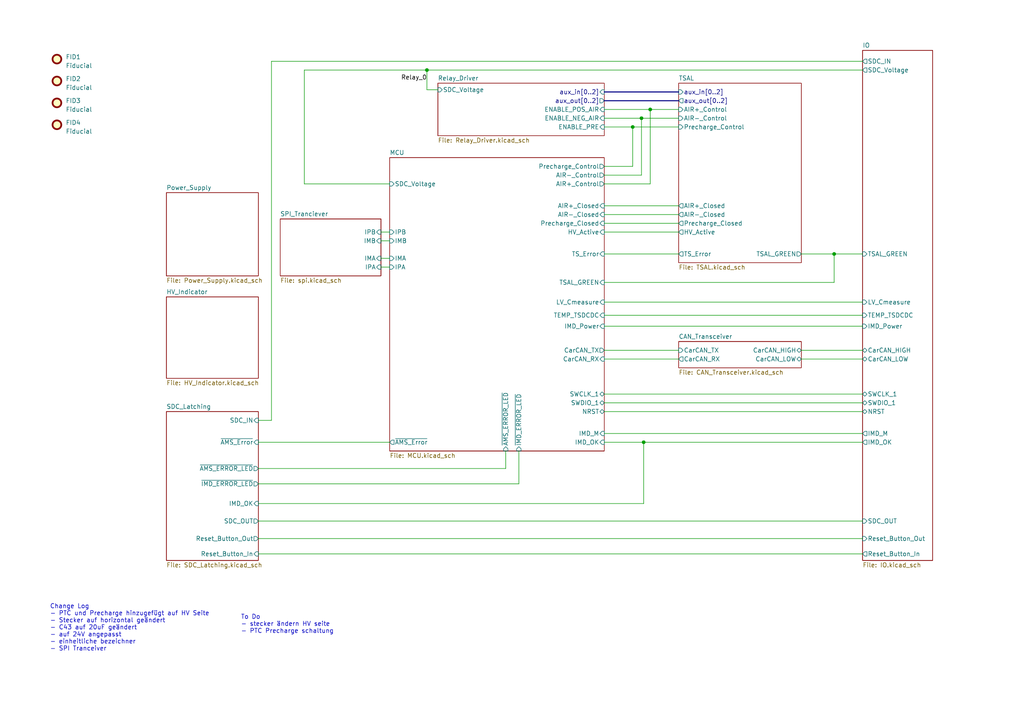
<source format=kicad_sch>
(kicad_sch
	(version 20231120)
	(generator "eeschema")
	(generator_version "8.0")
	(uuid "e63e39d7-6ac0-4ffd-8aa3-1841a4541b55")
	(paper "A4")
	(lib_symbols
		(symbol "Mechanical:Fiducial"
			(exclude_from_sim no)
			(in_bom yes)
			(on_board yes)
			(property "Reference" "FID"
				(at 0 5.08 0)
				(effects
					(font
						(size 1.27 1.27)
					)
				)
			)
			(property "Value" "Fiducial"
				(at 0 3.175 0)
				(effects
					(font
						(size 1.27 1.27)
					)
				)
			)
			(property "Footprint" ""
				(at 0 0 0)
				(effects
					(font
						(size 1.27 1.27)
					)
					(hide yes)
				)
			)
			(property "Datasheet" "~"
				(at 0 0 0)
				(effects
					(font
						(size 1.27 1.27)
					)
					(hide yes)
				)
			)
			(property "Description" "Fiducial Marker"
				(at 0 0 0)
				(effects
					(font
						(size 1.27 1.27)
					)
					(hide yes)
				)
			)
			(property "ki_keywords" "fiducial marker"
				(at 0 0 0)
				(effects
					(font
						(size 1.27 1.27)
					)
					(hide yes)
				)
			)
			(property "ki_fp_filters" "Fiducial*"
				(at 0 0 0)
				(effects
					(font
						(size 1.27 1.27)
					)
					(hide yes)
				)
			)
			(symbol "Fiducial_0_1"
				(circle
					(center 0 0)
					(radius 1.27)
					(stroke
						(width 0.508)
						(type default)
					)
					(fill
						(type background)
					)
				)
			)
		)
	)
	(junction
		(at 241.935 73.66)
		(diameter 0)
		(color 0 0 0 0)
		(uuid "0a7f7cff-c29b-4cc6-9d26-e8a073329d15")
	)
	(junction
		(at 123.825 20.32)
		(diameter 0)
		(color 0 0 0 0)
		(uuid "408fafc3-a377-41a0-b7ba-93182cde2895")
	)
	(junction
		(at 186.69 128.27)
		(diameter 0)
		(color 0 0 0 0)
		(uuid "44793ef5-ff1a-4dd7-a42e-e257f8b8042e")
	)
	(junction
		(at 188.595 31.75)
		(diameter 0)
		(color 0 0 0 0)
		(uuid "4978de48-824e-4da0-ad6c-6a4aefa3ff9d")
	)
	(junction
		(at 183.515 36.83)
		(diameter 0)
		(color 0 0 0 0)
		(uuid "7c350bc1-d08e-421e-9df9-7d582d023d7d")
	)
	(junction
		(at 186.055 34.29)
		(diameter 0)
		(color 0 0 0 0)
		(uuid "a1e57cfd-14f7-4329-8eff-f9f55eb71a7d")
	)
	(wire
		(pts
			(xy 175.26 59.69) (xy 196.85 59.69)
		)
		(stroke
			(width 0)
			(type default)
		)
		(uuid "0d9e68e2-e8e4-431c-a910-77e002f64916")
	)
	(wire
		(pts
			(xy 188.595 53.34) (xy 188.595 31.75)
		)
		(stroke
			(width 0)
			(type default)
		)
		(uuid "161c37ee-859e-408a-bfc2-59491a96f951")
	)
	(wire
		(pts
			(xy 175.26 36.83) (xy 183.515 36.83)
		)
		(stroke
			(width 0)
			(type default)
		)
		(uuid "1860a00d-f6ff-4922-be20-059a8da73e09")
	)
	(wire
		(pts
			(xy 175.26 94.615) (xy 250.19 94.615)
		)
		(stroke
			(width 0)
			(type default)
		)
		(uuid "18e14012-8379-44ba-bc03-22592befc89a")
	)
	(wire
		(pts
			(xy 175.26 128.27) (xy 186.69 128.27)
		)
		(stroke
			(width 0)
			(type default)
		)
		(uuid "1b75a20a-67f1-4c22-93ad-86624ea64c65")
	)
	(wire
		(pts
			(xy 186.055 34.29) (xy 196.85 34.29)
		)
		(stroke
			(width 0)
			(type default)
		)
		(uuid "1db01ef0-e8ca-4592-b2d3-07fb736a1c26")
	)
	(wire
		(pts
			(xy 110.49 67.31) (xy 113.03 67.31)
		)
		(stroke
			(width 0)
			(type default)
		)
		(uuid "24f82c31-79c3-42d8-ae53-1dfc0417f292")
	)
	(wire
		(pts
			(xy 186.69 128.27) (xy 186.69 146.05)
		)
		(stroke
			(width 0)
			(type default)
		)
		(uuid "30e997bf-188f-4d9b-bd84-fbf9b303fdbc")
	)
	(bus
		(pts
			(xy 175.26 29.21) (xy 196.85 29.21)
		)
		(stroke
			(width 0)
			(type default)
		)
		(uuid "31ffb8c5-4965-42af-9ed5-2cde8d5c615d")
	)
	(wire
		(pts
			(xy 175.26 31.75) (xy 188.595 31.75)
		)
		(stroke
			(width 0)
			(type default)
		)
		(uuid "32c45256-301b-4d4b-9c80-908f3eaa6645")
	)
	(wire
		(pts
			(xy 78.74 17.78) (xy 250.19 17.78)
		)
		(stroke
			(width 0)
			(type default)
		)
		(uuid "39b04c6a-a164-49f1-abea-a3a32285d465")
	)
	(wire
		(pts
			(xy 175.26 81.915) (xy 241.935 81.915)
		)
		(stroke
			(width 0)
			(type default)
		)
		(uuid "3aeadea1-001e-4433-96d3-f973553a40ce")
	)
	(wire
		(pts
			(xy 88.265 53.34) (xy 113.03 53.34)
		)
		(stroke
			(width 0)
			(type default)
		)
		(uuid "43ff35e9-7cd8-4f62-aee2-70328842afeb")
	)
	(wire
		(pts
			(xy 74.93 156.21) (xy 250.19 156.21)
		)
		(stroke
			(width 0)
			(type default)
		)
		(uuid "4c72069e-2911-45fc-ac82-d63dbffe3b04")
	)
	(wire
		(pts
			(xy 183.515 36.83) (xy 183.515 48.26)
		)
		(stroke
			(width 0)
			(type default)
		)
		(uuid "4ec701c3-5b60-44fd-aa98-394de6f7caab")
	)
	(wire
		(pts
			(xy 188.595 31.75) (xy 196.85 31.75)
		)
		(stroke
			(width 0)
			(type default)
		)
		(uuid "51e28119-6df5-4157-ad5a-a917e8c3b6f3")
	)
	(wire
		(pts
			(xy 232.41 104.14) (xy 250.19 104.14)
		)
		(stroke
			(width 0)
			(type default)
		)
		(uuid "52f50848-80d1-428f-ab45-bb31bf0b1bf9")
	)
	(wire
		(pts
			(xy 110.49 77.47) (xy 113.03 77.47)
		)
		(stroke
			(width 0)
			(type default)
		)
		(uuid "54692d45-1676-44b5-883b-2bc41b0fdb8c")
	)
	(wire
		(pts
			(xy 74.93 140.335) (xy 150.495 140.335)
		)
		(stroke
			(width 0)
			(type default)
		)
		(uuid "56636031-e736-471a-aef1-0ac263156ba7")
	)
	(wire
		(pts
			(xy 175.26 73.66) (xy 196.85 73.66)
		)
		(stroke
			(width 0)
			(type default)
		)
		(uuid "59c97f32-e3dc-44cd-97bd-a21f9f2761ed")
	)
	(wire
		(pts
			(xy 175.26 48.26) (xy 183.515 48.26)
		)
		(stroke
			(width 0)
			(type default)
		)
		(uuid "619d8902-06d2-4923-bb65-cfa8d092be87")
	)
	(wire
		(pts
			(xy 175.26 67.31) (xy 196.85 67.31)
		)
		(stroke
			(width 0)
			(type default)
		)
		(uuid "689e55e4-2dd3-42ef-a281-07f6d1c857b3")
	)
	(wire
		(pts
			(xy 74.93 128.27) (xy 113.03 128.27)
		)
		(stroke
			(width 0)
			(type default)
		)
		(uuid "6d2f0521-9da9-4af2-a499-d52735120f75")
	)
	(wire
		(pts
			(xy 110.49 69.85) (xy 113.03 69.85)
		)
		(stroke
			(width 0)
			(type default)
		)
		(uuid "6f739289-0d73-4828-8ed9-0bb5278b8b5b")
	)
	(wire
		(pts
			(xy 150.495 130.81) (xy 150.495 140.335)
		)
		(stroke
			(width 0)
			(type default)
		)
		(uuid "6f995fe1-0166-4ccb-ab08-e9ce4b1480ae")
	)
	(wire
		(pts
			(xy 175.26 114.3) (xy 250.19 114.3)
		)
		(stroke
			(width 0)
			(type default)
		)
		(uuid "72de219e-ea5c-4118-91e1-aa7450812977")
	)
	(wire
		(pts
			(xy 175.26 119.38) (xy 250.19 119.38)
		)
		(stroke
			(width 0)
			(type default)
		)
		(uuid "750042e4-ec72-4b72-a7a1-170d65b6a550")
	)
	(wire
		(pts
			(xy 74.93 121.92) (xy 78.74 121.92)
		)
		(stroke
			(width 0)
			(type default)
		)
		(uuid "78a24785-3b42-46fa-9caf-3fc007c85f2c")
	)
	(wire
		(pts
			(xy 241.935 73.66) (xy 250.19 73.66)
		)
		(stroke
			(width 0)
			(type default)
		)
		(uuid "79c4682b-6f04-465e-bf87-1364ab0de3e5")
	)
	(wire
		(pts
			(xy 241.935 73.66) (xy 241.935 81.915)
		)
		(stroke
			(width 0)
			(type default)
		)
		(uuid "7bf839f6-fe27-416f-b4fb-8b45d66e9c7a")
	)
	(wire
		(pts
			(xy 175.26 50.8) (xy 186.055 50.8)
		)
		(stroke
			(width 0)
			(type default)
		)
		(uuid "7eae9a3b-04d0-4025-90cb-4b284bd379ef")
	)
	(wire
		(pts
			(xy 123.825 26.035) (xy 127 26.035)
		)
		(stroke
			(width 0)
			(type default)
		)
		(uuid "7fe8261e-9374-4542-8746-31b48c970009")
	)
	(wire
		(pts
			(xy 88.265 20.32) (xy 88.265 53.34)
		)
		(stroke
			(width 0)
			(type default)
		)
		(uuid "86c8f75c-d22e-41f4-9b54-7366753afa46")
	)
	(wire
		(pts
			(xy 175.26 64.77) (xy 196.85 64.77)
		)
		(stroke
			(width 0)
			(type default)
		)
		(uuid "879ccb09-3504-4864-9c31-833d63a283d6")
	)
	(wire
		(pts
			(xy 175.26 34.29) (xy 186.055 34.29)
		)
		(stroke
			(width 0)
			(type default)
		)
		(uuid "8893e1cb-365b-4c9c-a85e-2244f030fd1e")
	)
	(wire
		(pts
			(xy 175.26 62.23) (xy 196.85 62.23)
		)
		(stroke
			(width 0)
			(type default)
		)
		(uuid "88aeddeb-4036-4f17-8c76-83e7e6bb50bc")
	)
	(wire
		(pts
			(xy 110.49 74.93) (xy 113.03 74.93)
		)
		(stroke
			(width 0)
			(type default)
		)
		(uuid "8b1d64f7-3258-49b4-92aa-93c8541190ba")
	)
	(wire
		(pts
			(xy 232.41 73.66) (xy 241.935 73.66)
		)
		(stroke
			(width 0)
			(type default)
		)
		(uuid "8f2e9e26-e3f1-440c-a826-c9d96000f0ea")
	)
	(wire
		(pts
			(xy 186.69 128.27) (xy 250.19 128.27)
		)
		(stroke
			(width 0)
			(type default)
		)
		(uuid "970ec349-aa6c-4058-9a8a-06f8b0ada789")
	)
	(wire
		(pts
			(xy 123.825 20.32) (xy 123.825 26.035)
		)
		(stroke
			(width 0)
			(type default)
		)
		(uuid "9eaca443-67c5-43d3-a2cb-8dc2134d743d")
	)
	(wire
		(pts
			(xy 175.26 87.63) (xy 250.19 87.63)
		)
		(stroke
			(width 0)
			(type default)
		)
		(uuid "a07ba9bc-6ee6-4356-918f-f47ec7cc369e")
	)
	(wire
		(pts
			(xy 74.93 160.655) (xy 250.19 160.655)
		)
		(stroke
			(width 0)
			(type default)
		)
		(uuid "a14d2587-5011-4932-895b-968b85fb9c29")
	)
	(wire
		(pts
			(xy 175.26 125.73) (xy 250.19 125.73)
		)
		(stroke
			(width 0)
			(type default)
		)
		(uuid "a268a543-1d94-4c7d-9e93-681aa6017876")
	)
	(wire
		(pts
			(xy 175.26 101.6) (xy 196.85 101.6)
		)
		(stroke
			(width 0)
			(type default)
		)
		(uuid "bbd9a530-d966-44db-b792-6b8364074399")
	)
	(wire
		(pts
			(xy 183.515 36.83) (xy 196.85 36.83)
		)
		(stroke
			(width 0)
			(type default)
		)
		(uuid "bd7c142b-1b4a-4e3e-891a-2fc7994c4031")
	)
	(wire
		(pts
			(xy 175.26 116.84) (xy 250.19 116.84)
		)
		(stroke
			(width 0)
			(type default)
		)
		(uuid "c7fe1963-cd78-4101-8ef6-6dcc644a8e7d")
	)
	(wire
		(pts
			(xy 175.26 91.44) (xy 250.19 91.44)
		)
		(stroke
			(width 0)
			(type default)
		)
		(uuid "cca14e52-daa2-472f-b950-9a1276c72fee")
	)
	(bus
		(pts
			(xy 175.26 26.67) (xy 196.85 26.67)
		)
		(stroke
			(width 0)
			(type default)
		)
		(uuid "cea651cf-4b09-4040-866b-09f29baccde7")
	)
	(wire
		(pts
			(xy 74.93 151.13) (xy 250.19 151.13)
		)
		(stroke
			(width 0)
			(type default)
		)
		(uuid "d0c6c499-7a00-48b4-bd4b-891bbdb16994")
	)
	(wire
		(pts
			(xy 146.685 135.89) (xy 146.685 130.81)
		)
		(stroke
			(width 0)
			(type default)
		)
		(uuid "d316bfb3-2c73-4ff1-84e3-75c482cbfaa2")
	)
	(wire
		(pts
			(xy 175.26 104.14) (xy 196.85 104.14)
		)
		(stroke
			(width 0)
			(type default)
		)
		(uuid "d53b8b6f-dec9-4a34-9e59-6fc2f5bafc6c")
	)
	(wire
		(pts
			(xy 74.93 135.89) (xy 146.685 135.89)
		)
		(stroke
			(width 0)
			(type default)
		)
		(uuid "e0757bcb-e970-4f03-94f2-6301484ac229")
	)
	(wire
		(pts
			(xy 123.825 20.32) (xy 250.19 20.32)
		)
		(stroke
			(width 0)
			(type default)
		)
		(uuid "e4022d97-9262-4b9e-8880-03a4afd73d19")
	)
	(wire
		(pts
			(xy 74.93 146.05) (xy 186.69 146.05)
		)
		(stroke
			(width 0)
			(type default)
		)
		(uuid "ea203829-7c79-4d55-8c55-d3d8ecb641ef")
	)
	(wire
		(pts
			(xy 88.265 20.32) (xy 123.825 20.32)
		)
		(stroke
			(width 0)
			(type default)
		)
		(uuid "ec66eea5-ae96-4bf7-93db-2f86111f3986")
	)
	(wire
		(pts
			(xy 78.74 17.78) (xy 78.74 121.92)
		)
		(stroke
			(width 0)
			(type default)
		)
		(uuid "ef04e179-1035-430f-b8a3-37f6edb09c73")
	)
	(wire
		(pts
			(xy 232.41 101.6) (xy 250.19 101.6)
		)
		(stroke
			(width 0)
			(type default)
		)
		(uuid "f4eb62d3-6998-4510-806f-341547b3745d")
	)
	(wire
		(pts
			(xy 186.055 34.29) (xy 186.055 50.8)
		)
		(stroke
			(width 0)
			(type default)
		)
		(uuid "f883506b-40b7-4a33-8b08-87bb566721c7")
	)
	(wire
		(pts
			(xy 175.26 53.34) (xy 188.595 53.34)
		)
		(stroke
			(width 0)
			(type default)
		)
		(uuid "fa484b90-07b7-4a9e-9fea-6e2a33d9559c")
	)
	(text "Change Log\n- PTC und Precharge hinzugefügt auf HV Seite\n- Stecker auf horizontal geändert \n- C43 auf 20uF geändert\n- auf 24V angepasst\n- einheitliche bezeichner\n- SPI Tranceiver"
		(exclude_from_sim no)
		(at 14.478 182.118 0)
		(effects
			(font
				(size 1.27 1.27)
			)
			(justify left)
		)
		(uuid "95ef62d0-bad7-41e3-b637-788373aeae7f")
	)
	(text "To Do\n- stecker ändern HV seite\n- PTC Precharge schaltung"
		(exclude_from_sim no)
		(at 69.85 181.102 0)
		(effects
			(font
				(size 1.27 1.27)
			)
			(justify left)
		)
		(uuid "ce23c0a7-0559-4e7e-9ce8-9859445b090e")
	)
	(label "Relay_0"
		(at 123.825 23.495 180)
		(fields_autoplaced yes)
		(effects
			(font
				(size 1.27 1.27)
				(color 0 0 0 1)
			)
			(justify right bottom)
		)
		(uuid "5a0c03f1-96bf-4aa0-a982-95eb41ebc984")
		(property "Netclass" "Relay"
			(at 123.825 24.765 0)
			(effects
				(font
					(size 1.27 1.27)
					(bold yes)
					(italic yes)
				)
				(justify right)
				(hide yes)
			)
		)
	)
	(symbol
		(lib_id "Mechanical:Fiducial")
		(at 16.51 17.145 0)
		(unit 1)
		(exclude_from_sim no)
		(in_bom yes)
		(on_board yes)
		(dnp no)
		(fields_autoplaced yes)
		(uuid "0a656940-7995-44e3-8cfe-70c870d045fd")
		(property "Reference" "FID1"
			(at 19.05 16.51 0)
			(effects
				(font
					(size 1.27 1.27)
				)
				(justify left)
			)
		)
		(property "Value" "Fiducial"
			(at 19.05 19.05 0)
			(effects
				(font
					(size 1.27 1.27)
				)
				(justify left)
			)
		)
		(property "Footprint" "Fiducial:Fiducial_1mm_Mask2mm"
			(at 16.51 17.145 0)
			(effects
				(font
					(size 1.27 1.27)
				)
				(hide yes)
			)
		)
		(property "Datasheet" "~"
			(at 16.51 17.145 0)
			(effects
				(font
					(size 1.27 1.27)
				)
				(hide yes)
			)
		)
		(property "Description" "Fiducial Marker"
			(at 16.51 17.145 0)
			(effects
				(font
					(size 1.27 1.27)
				)
				(hide yes)
			)
		)
		(instances
			(project "Master_FT25"
				(path "/e63e39d7-6ac0-4ffd-8aa3-1841a4541b55"
					(reference "FID1")
					(unit 1)
				)
			)
		)
	)
	(symbol
		(lib_id "Mechanical:Fiducial")
		(at 16.51 23.495 0)
		(unit 1)
		(exclude_from_sim no)
		(in_bom yes)
		(on_board yes)
		(dnp no)
		(fields_autoplaced yes)
		(uuid "48799803-7a6c-4f93-b4dc-df9d7c2fec23")
		(property "Reference" "FID2"
			(at 19.05 22.86 0)
			(effects
				(font
					(size 1.27 1.27)
				)
				(justify left)
			)
		)
		(property "Value" "Fiducial"
			(at 19.05 25.4 0)
			(effects
				(font
					(size 1.27 1.27)
				)
				(justify left)
			)
		)
		(property "Footprint" "Fiducial:Fiducial_1mm_Mask2mm"
			(at 16.51 23.495 0)
			(effects
				(font
					(size 1.27 1.27)
				)
				(hide yes)
			)
		)
		(property "Datasheet" "~"
			(at 16.51 23.495 0)
			(effects
				(font
					(size 1.27 1.27)
				)
				(hide yes)
			)
		)
		(property "Description" "Fiducial Marker"
			(at 16.51 23.495 0)
			(effects
				(font
					(size 1.27 1.27)
				)
				(hide yes)
			)
		)
		(instances
			(project "Master_FT25"
				(path "/e63e39d7-6ac0-4ffd-8aa3-1841a4541b55"
					(reference "FID2")
					(unit 1)
				)
			)
		)
	)
	(symbol
		(lib_id "Mechanical:Fiducial")
		(at 16.51 36.195 0)
		(unit 1)
		(exclude_from_sim no)
		(in_bom yes)
		(on_board yes)
		(dnp no)
		(fields_autoplaced yes)
		(uuid "53e27fd5-b5fd-4e40-b4f1-92ee2ded7858")
		(property "Reference" "FID4"
			(at 19.05 35.56 0)
			(effects
				(font
					(size 1.27 1.27)
				)
				(justify left)
			)
		)
		(property "Value" "Fiducial"
			(at 19.05 38.1 0)
			(effects
				(font
					(size 1.27 1.27)
				)
				(justify left)
			)
		)
		(property "Footprint" "Fiducial:Fiducial_1mm_Mask2mm"
			(at 16.51 36.195 0)
			(effects
				(font
					(size 1.27 1.27)
				)
				(hide yes)
			)
		)
		(property "Datasheet" "~"
			(at 16.51 36.195 0)
			(effects
				(font
					(size 1.27 1.27)
				)
				(hide yes)
			)
		)
		(property "Description" "Fiducial Marker"
			(at 16.51 36.195 0)
			(effects
				(font
					(size 1.27 1.27)
				)
				(hide yes)
			)
		)
		(instances
			(project "Master_FT25"
				(path "/e63e39d7-6ac0-4ffd-8aa3-1841a4541b55"
					(reference "FID4")
					(unit 1)
				)
			)
		)
	)
	(symbol
		(lib_id "Mechanical:Fiducial")
		(at 16.51 29.845 0)
		(unit 1)
		(exclude_from_sim no)
		(in_bom yes)
		(on_board yes)
		(dnp no)
		(fields_autoplaced yes)
		(uuid "cb3c8dfe-35e5-45d2-a079-74bd2fe03e67")
		(property "Reference" "FID3"
			(at 19.05 29.21 0)
			(effects
				(font
					(size 1.27 1.27)
				)
				(justify left)
			)
		)
		(property "Value" "Fiducial"
			(at 19.05 31.75 0)
			(effects
				(font
					(size 1.27 1.27)
				)
				(justify left)
			)
		)
		(property "Footprint" "Fiducial:Fiducial_1mm_Mask2mm"
			(at 16.51 29.845 0)
			(effects
				(font
					(size 1.27 1.27)
				)
				(hide yes)
			)
		)
		(property "Datasheet" "~"
			(at 16.51 29.845 0)
			(effects
				(font
					(size 1.27 1.27)
				)
				(hide yes)
			)
		)
		(property "Description" "Fiducial Marker"
			(at 16.51 29.845 0)
			(effects
				(font
					(size 1.27 1.27)
				)
				(hide yes)
			)
		)
		(instances
			(project "Master_FT25"
				(path "/e63e39d7-6ac0-4ffd-8aa3-1841a4541b55"
					(reference "FID3")
					(unit 1)
				)
			)
		)
	)
	(sheet
		(at 48.26 119.38)
		(size 26.67 43.18)
		(fields_autoplaced yes)
		(stroke
			(width 0.1524)
			(type solid)
		)
		(fill
			(color 0 0 0 0.0000)
		)
		(uuid "1faf3ef0-baac-46e1-a293-a43d671ef048")
		(property "Sheetname" "SDC_Latching"
			(at 48.26 118.6684 0)
			(effects
				(font
					(size 1.27 1.27)
				)
				(justify left bottom)
			)
		)
		(property "Sheetfile" "SDC_Latching.kicad_sch"
			(at 48.26 163.1446 0)
			(effects
				(font
					(size 1.27 1.27)
				)
				(justify left top)
			)
		)
		(pin "Reset_Button_In" input
			(at 74.93 160.655 0)
			(effects
				(font
					(size 1.27 1.27)
				)
				(justify right)
			)
			(uuid "d29d350b-902b-4201-b78d-3987c1d43101")
		)
		(pin "Reset_Button_Out" output
			(at 74.93 156.21 0)
			(effects
				(font
					(size 1.27 1.27)
				)
				(justify right)
			)
			(uuid "b3467c47-149f-4dd6-96a3-1425c5e65cd6")
		)
		(pin "SDC_OUT" output
			(at 74.93 151.13 0)
			(effects
				(font
					(size 1.27 1.27)
				)
				(justify right)
			)
			(uuid "04195bc4-f957-489b-8e05-747e1a2601f4")
		)
		(pin "SDC_IN" input
			(at 74.93 121.92 0)
			(effects
				(font
					(size 1.27 1.27)
				)
				(justify right)
			)
			(uuid "92e1de3b-0808-4574-9811-f75c22fccddf")
		)
		(pin "~{AMS_Error}" input
			(at 74.93 128.27 0)
			(effects
				(font
					(size 1.27 1.27)
				)
				(justify right)
			)
			(uuid "d4f4818d-c3c7-4eeb-9c52-aad858d58f30")
		)
		(pin "IMD_OK" input
			(at 74.93 146.05 0)
			(effects
				(font
					(size 1.27 1.27)
				)
				(justify right)
			)
			(uuid "44e26c19-37fa-4e80-adb7-6f8f90521f09")
		)
		(pin "~{AMS_ERROR_LED}" output
			(at 74.93 135.89 0)
			(effects
				(font
					(size 1.27 1.27)
				)
				(justify right)
			)
			(uuid "db873ff3-3fa6-46f9-acf2-1776292c3326")
		)
		(pin "~{IMD_ERROR_LED}" output
			(at 74.93 140.335 0)
			(effects
				(font
					(size 1.27 1.27)
				)
				(justify right)
			)
			(uuid "1e0ea0b3-c0a4-42d3-b88d-ab6314267023")
		)
		(instances
			(project "Master_FT25"
				(path "/e63e39d7-6ac0-4ffd-8aa3-1841a4541b55"
					(page "10")
				)
			)
		)
	)
	(sheet
		(at 48.26 55.88)
		(size 26.67 24.13)
		(fields_autoplaced yes)
		(stroke
			(width 0.1524)
			(type solid)
		)
		(fill
			(color 0 0 0 0.0000)
		)
		(uuid "22dc17c4-8352-43f2-bb65-d704323b2333")
		(property "Sheetname" "Power_Supply"
			(at 48.26 55.1684 0)
			(effects
				(font
					(size 1.27 1.27)
				)
				(justify left bottom)
			)
		)
		(property "Sheetfile" "Power_Supply.kicad_sch"
			(at 48.26 80.5946 0)
			(effects
				(font
					(size 1.27 1.27)
				)
				(justify left top)
			)
		)
		(instances
			(project "Master_FT25"
				(path "/e63e39d7-6ac0-4ffd-8aa3-1841a4541b55"
					(page "8")
				)
			)
		)
	)
	(sheet
		(at 196.85 24.13)
		(size 35.56 52.07)
		(fields_autoplaced yes)
		(stroke
			(width 0.1524)
			(type solid)
		)
		(fill
			(color 0 0 0 0.0000)
		)
		(uuid "5ce1aa0c-f98f-4b94-80bd-f188cf4c57de")
		(property "Sheetname" "TSAL"
			(at 196.85 23.4184 0)
			(effects
				(font
					(size 1.27 1.27)
				)
				(justify left bottom)
			)
		)
		(property "Sheetfile" "TSAL.kicad_sch"
			(at 196.85 76.7846 0)
			(effects
				(font
					(size 1.27 1.27)
				)
				(justify left top)
			)
		)
		(pin "AIR-_Closed" output
			(at 196.85 62.23 180)
			(effects
				(font
					(size 1.27 1.27)
				)
				(justify left)
			)
			(uuid "7f4f978d-1e5d-4a43-b1bf-c4fa7649bd7e")
		)
		(pin "AIR-_Control" input
			(at 196.85 34.29 180)
			(effects
				(font
					(size 1.27 1.27)
				)
				(justify left)
			)
			(uuid "14206ec6-7d56-4612-a521-5201573867ec")
		)
		(pin "AIR+_Control" input
			(at 196.85 31.75 180)
			(effects
				(font
					(size 1.27 1.27)
				)
				(justify left)
			)
			(uuid "97639659-6003-4e23-b4ab-f30326d3a9e4")
		)
		(pin "AIR+_Closed" output
			(at 196.85 59.69 180)
			(effects
				(font
					(size 1.27 1.27)
				)
				(justify left)
			)
			(uuid "6395d9db-d4bc-4c2e-9617-d5b2bf2defa3")
		)
		(pin "HV_Active" output
			(at 196.85 67.31 180)
			(effects
				(font
					(size 1.27 1.27)
				)
				(justify left)
			)
			(uuid "9bc0c846-6b29-4e4d-a0d2-1bffadd4b174")
		)
		(pin "aux_in[0..2]" input
			(at 196.85 26.67 180)
			(effects
				(font
					(size 1.27 1.27)
				)
				(justify left)
			)
			(uuid "62f5980a-ba24-42c2-bf17-3ba93154ccbe")
		)
		(pin "aux_out[0..2]" output
			(at 196.85 29.21 180)
			(effects
				(font
					(size 1.27 1.27)
				)
				(justify left)
			)
			(uuid "7b7686bc-62db-4756-a60c-2a44d69edb52")
		)
		(pin "TS_Error" output
			(at 196.85 73.66 180)
			(effects
				(font
					(size 1.27 1.27)
				)
				(justify left)
			)
			(uuid "2448d2bd-f095-4512-bdbb-8c68f77aacaa")
		)
		(pin "Precharge_Closed" output
			(at 196.85 64.77 180)
			(effects
				(font
					(size 1.27 1.27)
				)
				(justify left)
			)
			(uuid "93060461-877f-42a6-80bd-dbb98ff86726")
		)
		(pin "Precharge_Control" input
			(at 196.85 36.83 180)
			(effects
				(font
					(size 1.27 1.27)
				)
				(justify left)
			)
			(uuid "1df4d53f-ddfd-42ee-ba3c-fb3c93ade126")
		)
		(pin "TSAL_GREEN" output
			(at 232.41 73.66 0)
			(effects
				(font
					(size 1.27 1.27)
				)
				(justify right)
			)
			(uuid "a160ed03-0ccc-4e23-a6c8-c4e67a7fba77")
		)
		(instances
			(project "Master_FT25"
				(path "/e63e39d7-6ac0-4ffd-8aa3-1841a4541b55"
					(page "2")
				)
			)
		)
	)
	(sheet
		(at 48.26 86.106)
		(size 26.67 23.622)
		(fields_autoplaced yes)
		(stroke
			(width 0.1524)
			(type solid)
		)
		(fill
			(color 0 0 0 0.0000)
		)
		(uuid "79aa61b0-3913-4dd5-85ac-a55bcc701429")
		(property "Sheetname" "HV_Indicator"
			(at 48.26 85.3944 0)
			(effects
				(font
					(size 1.27 1.27)
				)
				(justify left bottom)
			)
		)
		(property "Sheetfile" "HV_Indicator.kicad_sch"
			(at 48.26 110.3126 0)
			(effects
				(font
					(size 1.27 1.27)
				)
				(justify left top)
			)
		)
		(instances
			(project "Master_FT25"
				(path "/e63e39d7-6ac0-4ffd-8aa3-1841a4541b55"
					(page "11")
				)
			)
		)
	)
	(sheet
		(at 81.28 63.5)
		(size 29.21 16.51)
		(fields_autoplaced yes)
		(stroke
			(width 0.1524)
			(type solid)
		)
		(fill
			(color 0 0 0 0.0000)
		)
		(uuid "7ea6d794-d6f7-459d-b00f-ed5a8a0446d9")
		(property "Sheetname" "SPI_Tranciever"
			(at 81.28 62.7884 0)
			(effects
				(font
					(size 1.27 1.27)
				)
				(justify left bottom)
			)
		)
		(property "Sheetfile" "spi.kicad_sch"
			(at 81.28 80.5946 0)
			(effects
				(font
					(size 1.27 1.27)
				)
				(justify left top)
			)
		)
		(pin "IPB" input
			(at 110.49 67.31 0)
			(effects
				(font
					(size 1.27 1.27)
				)
				(justify right)
			)
			(uuid "12d18ded-a9ec-4a47-a265-cb4b48bd9928")
		)
		(pin "IMB" input
			(at 110.49 69.85 0)
			(effects
				(font
					(size 1.27 1.27)
				)
				(justify right)
			)
			(uuid "4f5cbb16-21f4-4acb-beed-5735b597fc51")
		)
		(pin "IMA" input
			(at 110.49 74.93 0)
			(effects
				(font
					(size 1.27 1.27)
				)
				(justify right)
			)
			(uuid "fd58e044-12b4-4992-9f63-d59e347d92a5")
		)
		(pin "IPA" input
			(at 110.49 77.47 0)
			(effects
				(font
					(size 1.27 1.27)
				)
				(justify right)
			)
			(uuid "212208da-4d93-4618-932d-5d0895edf826")
		)
		(instances
			(project "Master_FT25"
				(path "/e63e39d7-6ac0-4ffd-8aa3-1841a4541b55"
					(page "15")
				)
			)
		)
	)
	(sheet
		(at 127 24.13)
		(size 48.26 15.24)
		(fields_autoplaced yes)
		(stroke
			(width 0.1524)
			(type solid)
		)
		(fill
			(color 0 0 0 0.0000)
		)
		(uuid "95b8e8bb-175b-4c26-b28f-f18dafbb4793")
		(property "Sheetname" "Relay_Driver"
			(at 127 23.4184 0)
			(effects
				(font
					(size 1.27 1.27)
				)
				(justify left bottom)
			)
		)
		(property "Sheetfile" "Relay_Driver.kicad_sch"
			(at 127 39.9546 0)
			(effects
				(font
					(size 1.27 1.27)
				)
				(justify left top)
			)
		)
		(pin "ENABLE_NEG_AIR" input
			(at 175.26 34.29 0)
			(effects
				(font
					(size 1.27 1.27)
				)
				(justify right)
			)
			(uuid "7edf1e41-024c-4116-abe5-cfef0d5a0efc")
		)
		(pin "ENABLE_POS_AIR" input
			(at 175.26 31.75 0)
			(effects
				(font
					(size 1.27 1.27)
				)
				(justify right)
			)
			(uuid "6e3f7547-4f06-4521-bf16-8b7f213f0b60")
		)
		(pin "aux_out[0..2]" output
			(at 175.26 29.21 0)
			(effects
				(font
					(size 1.27 1.27)
				)
				(justify right)
			)
			(uuid "bf289db5-5459-48e2-b88f-d9d16213c777")
		)
		(pin "aux_in[0..2]" input
			(at 175.26 26.67 0)
			(effects
				(font
					(size 1.27 1.27)
				)
				(justify right)
			)
			(uuid "870086fa-587c-431c-a862-2d36619d4ebf")
		)
		(pin "ENABLE_PRE" input
			(at 175.26 36.83 0)
			(effects
				(font
					(size 1.27 1.27)
				)
				(justify right)
			)
			(uuid "64c41c50-b9c1-41ea-996a-a9c20799ff11")
		)
		(pin "SDC_Voltage" input
			(at 127 26.035 180)
			(effects
				(font
					(size 1.27 1.27)
				)
				(justify left)
			)
			(uuid "4d634957-f32f-40f3-8540-70e44430ba5a")
		)
		(instances
			(project "Master_FT25"
				(path "/e63e39d7-6ac0-4ffd-8aa3-1841a4541b55"
					(page "9")
				)
			)
		)
	)
	(sheet
		(at 113.03 45.72)
		(size 62.23 85.09)
		(fields_autoplaced yes)
		(stroke
			(width 0.1524)
			(type solid)
		)
		(fill
			(color 0 0 0 0.0000)
		)
		(uuid "9b70877c-37a9-427a-bda0-c62874ddc559")
		(property "Sheetname" "MCU"
			(at 113.03 45.0084 0)
			(effects
				(font
					(size 1.27 1.27)
				)
				(justify left bottom)
			)
		)
		(property "Sheetfile" "MCU.kicad_sch"
			(at 113.03 131.3946 0)
			(effects
				(font
					(size 1.27 1.27)
				)
				(justify left top)
			)
		)
		(pin "CarCAN_TX" output
			(at 175.26 101.6 0)
			(effects
				(font
					(size 1.27 1.27)
				)
				(justify right)
			)
			(uuid "f47ef6c8-b550-4302-a5a7-6ab5a6184e74")
		)
		(pin "SWCLK_1" bidirectional
			(at 175.26 114.3 0)
			(effects
				(font
					(size 1.27 1.27)
				)
				(justify right)
			)
			(uuid "605a061b-4108-46bb-8fff-97cfb674055b")
		)
		(pin "SWDIO_1" bidirectional
			(at 175.26 116.84 0)
			(effects
				(font
					(size 1.27 1.27)
				)
				(justify right)
			)
			(uuid "92a776b3-e16c-4951-958d-ef2fb53709a9")
		)
		(pin "CarCAN_RX" input
			(at 175.26 104.14 0)
			(effects
				(font
					(size 1.27 1.27)
				)
				(justify right)
			)
			(uuid "04553aed-dc09-4ba7-a9b1-ab4eaf95146d")
		)
		(pin "AIR+_Control" output
			(at 175.26 53.34 0)
			(effects
				(font
					(size 1.27 1.27)
				)
				(justify right)
			)
			(uuid "2269f88f-a85c-4266-ac04-95bf13eb0efd")
		)
		(pin "AIR-_Control" output
			(at 175.26 50.8 0)
			(effects
				(font
					(size 1.27 1.27)
				)
				(justify right)
			)
			(uuid "d79f89ef-7e64-42d3-9138-46893922b4a9")
		)
		(pin "HV_Active" input
			(at 175.26 67.31 0)
			(effects
				(font
					(size 1.27 1.27)
				)
				(justify right)
			)
			(uuid "c20f76e0-182a-4af7-a081-ae1f520a5b95")
		)
		(pin "AIR+_Closed" input
			(at 175.26 59.69 0)
			(effects
				(font
					(size 1.27 1.27)
				)
				(justify right)
			)
			(uuid "125a1f4f-2acf-4cea-9a03-25b35d16fb96")
		)
		(pin "AIR-_Closed" input
			(at 175.26 62.23 0)
			(effects
				(font
					(size 1.27 1.27)
				)
				(justify right)
			)
			(uuid "fbfd2a87-a250-44fd-96a7-e8079404fc85")
		)
		(pin "SDC_Voltage" input
			(at 113.03 53.34 180)
			(effects
				(font
					(size 1.27 1.27)
				)
				(justify left)
			)
			(uuid "3329bc08-3485-4d06-b547-eed9d73de875")
		)
		(pin "IMD_OK" input
			(at 175.26 128.27 0)
			(effects
				(font
					(size 1.27 1.27)
				)
				(justify right)
			)
			(uuid "2f1fce94-ecdd-445f-a70b-53aa628f7126")
		)
		(pin "TS_Error" input
			(at 175.26 73.66 0)
			(effects
				(font
					(size 1.27 1.27)
				)
				(justify right)
			)
			(uuid "e3623c8f-21c5-4339-8297-19f16439a3f4")
		)
		(pin "IMD_M" input
			(at 175.26 125.73 0)
			(effects
				(font
					(size 1.27 1.27)
				)
				(justify right)
			)
			(uuid "8bae7699-4069-414c-8d5a-73d7082e11e5")
		)
		(pin "Precharge_Control" output
			(at 175.26 48.26 0)
			(effects
				(font
					(size 1.27 1.27)
				)
				(justify right)
			)
			(uuid "cdca4c58-1262-4bde-80f4-02b467f8aafe")
		)
		(pin "Precharge_Closed" input
			(at 175.26 64.77 0)
			(effects
				(font
					(size 1.27 1.27)
				)
				(justify right)
			)
			(uuid "f2f0c2fe-7ac4-4a48-bfa7-9d0e6e156dc7")
		)
		(pin "~{AMS_Error}" output
			(at 113.03 128.27 180)
			(effects
				(font
					(size 1.27 1.27)
				)
				(justify left)
			)
			(uuid "65e84e94-ce74-43d6-a40c-f2a3cd2a6ac8")
		)
		(pin "IMB" input
			(at 113.03 69.85 180)
			(effects
				(font
					(size 1.27 1.27)
				)
				(justify left)
			)
			(uuid "9695f347-9a45-415a-a0c0-c9817bf10ea3")
		)
		(pin "IMA" input
			(at 113.03 74.93 180)
			(effects
				(font
					(size 1.27 1.27)
				)
				(justify left)
			)
			(uuid "a62c6dcb-8b7d-4a24-adec-3aba3d84e6ab")
		)
		(pin "IPA" input
			(at 113.03 77.47 180)
			(effects
				(font
					(size 1.27 1.27)
				)
				(justify left)
			)
			(uuid "409a6711-a53b-4ad0-a904-98393d158eed")
		)
		(pin "IPB" input
			(at 113.03 67.31 180)
			(effects
				(font
					(size 1.27 1.27)
				)
				(justify left)
			)
			(uuid "a0783acc-e661-4dd4-bb10-3985abf0e608")
		)
		(pin "~{IMD_ERROR_LED}" input
			(at 150.495 130.81 270)
			(effects
				(font
					(size 1.27 1.27)
				)
				(justify left)
			)
			(uuid "3c6c52fa-82f4-40f6-8656-08db2fe24843")
		)
		(pin "~{AMS_ERROR_LED}" input
			(at 146.685 130.81 270)
			(effects
				(font
					(size 1.27 1.27)
				)
				(justify left)
			)
			(uuid "98921bb8-c18c-427f-8b3d-3fbc3b24206d")
		)
		(pin "TSAL_GREEN" input
			(at 175.26 81.915 0)
			(effects
				(font
					(size 1.27 1.27)
				)
				(justify right)
			)
			(uuid "c8c1c101-9fca-4c91-b1ff-0ae7a322ed0e")
		)
		(pin "IMD_Power" input
			(at 175.26 94.615 0)
			(effects
				(font
					(size 1.27 1.27)
				)
				(justify right)
			)
			(uuid "b5f88973-9cf9-48af-a376-4344bfa40928")
		)
		(pin "LV_Cmeasure" input
			(at 175.26 87.63 0)
			(effects
				(font
					(size 1.27 1.27)
				)
				(justify right)
			)
			(uuid "254be6ce-83aa-48d5-b981-8e4e2d7761f9")
		)
		(pin "NRST" bidirectional
			(at 175.26 119.38 0)
			(effects
				(font
					(size 1.27 1.27)
				)
				(justify right)
			)
			(uuid "e05a939d-5d9f-44c5-82f0-715cf4d59192")
		)
		(pin "TEMP_TSDCDC" input
			(at 175.26 91.44 0)
			(effects
				(font
					(size 1.27 1.27)
				)
				(justify right)
			)
			(uuid "bad1f67e-a092-4c65-b87d-da69f8343546")
		)
		(instances
			(project "Master_FT25"
				(path "/e63e39d7-6ac0-4ffd-8aa3-1841a4541b55"
					(page "7")
				)
			)
		)
	)
	(sheet
		(at 196.85 99.06)
		(size 35.56 7.62)
		(fields_autoplaced yes)
		(stroke
			(width 0.1524)
			(type solid)
		)
		(fill
			(color 0 0 0 0.0000)
		)
		(uuid "c358f375-f19f-4341-b85b-3ee34c210f74")
		(property "Sheetname" "CAN_Transceiver"
			(at 196.85 98.3484 0)
			(effects
				(font
					(size 1.27 1.27)
				)
				(justify left bottom)
			)
		)
		(property "Sheetfile" "CAN_Transceiver.kicad_sch"
			(at 196.85 107.2646 0)
			(effects
				(font
					(size 1.27 1.27)
				)
				(justify left top)
			)
		)
		(pin "CarCAN_HIGH" bidirectional
			(at 232.41 101.6 0)
			(effects
				(font
					(size 1.27 1.27)
				)
				(justify right)
			)
			(uuid "fa65e9f0-a816-4cfb-b357-ecef57b3b82d")
		)
		(pin "CarCAN_LOW" bidirectional
			(at 232.41 104.14 0)
			(effects
				(font
					(size 1.27 1.27)
				)
				(justify right)
			)
			(uuid "934324c6-b02c-4f3e-ac08-05f9d8568f0c")
		)
		(pin "CarCAN_RX" output
			(at 196.85 104.14 180)
			(effects
				(font
					(size 1.27 1.27)
				)
				(justify left)
			)
			(uuid "31629ba9-9ca0-47ad-8673-f9b3b28a9e35")
		)
		(pin "CarCAN_TX" input
			(at 196.85 101.6 180)
			(effects
				(font
					(size 1.27 1.27)
				)
				(justify left)
			)
			(uuid "8d8c23ec-d24d-4183-b1f7-cf9ad53f8460")
		)
		(instances
			(project "Master_FT25"
				(path "/e63e39d7-6ac0-4ffd-8aa3-1841a4541b55"
					(page "9")
				)
			)
		)
	)
	(sheet
		(at 250.19 14.605)
		(size 20.32 147.955)
		(fields_autoplaced yes)
		(stroke
			(width 0.1524)
			(type solid)
		)
		(fill
			(color 0 0 0 0.0000)
		)
		(uuid "e59bef98-744e-4b2e-ac94-b25961b27b6b")
		(property "Sheetname" "IO"
			(at 250.19 13.8934 0)
			(effects
				(font
					(size 1.27 1.27)
				)
				(justify left bottom)
			)
		)
		(property "Sheetfile" "IO.kicad_sch"
			(at 250.19 163.1446 0)
			(effects
				(font
					(size 1.27 1.27)
				)
				(justify left top)
			)
		)
		(pin "IMD_OK" output
			(at 250.19 128.27 180)
			(effects
				(font
					(size 1.27 1.27)
				)
				(justify left)
			)
			(uuid "73a53e5f-47d4-429e-b637-fe2428dc243a")
		)
		(pin "CarCAN_HIGH" bidirectional
			(at 250.19 101.6 180)
			(effects
				(font
					(size 1.27 1.27)
				)
				(justify left)
			)
			(uuid "cfd54fc9-5d46-422b-b49a-82ec9ef3d301")
		)
		(pin "CarCAN_LOW" bidirectional
			(at 250.19 104.14 180)
			(effects
				(font
					(size 1.27 1.27)
				)
				(justify left)
			)
			(uuid "4908e932-225b-41df-985d-1241673c0a49")
		)
		(pin "SDC_OUT" input
			(at 250.19 151.13 180)
			(effects
				(font
					(size 1.27 1.27)
				)
				(justify left)
			)
			(uuid "34508969-254e-4438-9b33-7cb21198ee8f")
		)
		(pin "SDC_IN" output
			(at 250.19 17.78 180)
			(effects
				(font
					(size 1.27 1.27)
				)
				(justify left)
			)
			(uuid "8495abc2-3730-425c-b838-1c99612cd81e")
		)
		(pin "SWCLK_1" bidirectional
			(at 250.19 114.3 180)
			(effects
				(font
					(size 1.27 1.27)
				)
				(justify left)
			)
			(uuid "437f6c45-8b21-41bf-8d1c-725319dff698")
		)
		(pin "SWDIO_1" bidirectional
			(at 250.19 116.84 180)
			(effects
				(font
					(size 1.27 1.27)
				)
				(justify left)
			)
			(uuid "e266763f-e667-425b-aba3-e0a9fc3d9f72")
		)
		(pin "Reset_Button_Out" input
			(at 250.19 156.21 180)
			(effects
				(font
					(size 1.27 1.27)
				)
				(justify left)
			)
			(uuid "7097514d-9ab0-49c8-801c-09b9f72ebdaa")
		)
		(pin "Reset_Button_In" output
			(at 250.19 160.655 180)
			(effects
				(font
					(size 1.27 1.27)
				)
				(justify left)
			)
			(uuid "27a983f6-d6be-4239-89dd-edb014519101")
		)
		(pin "IMD_M" output
			(at 250.19 125.73 180)
			(effects
				(font
					(size 1.27 1.27)
				)
				(justify left)
			)
			(uuid "a7ce4794-481c-4781-9ab5-060183fd78cb")
		)
		(pin "TSAL_GREEN" input
			(at 250.19 73.66 180)
			(effects
				(font
					(size 1.27 1.27)
				)
				(justify left)
			)
			(uuid "9a9624b0-654d-4442-8a3c-d3ea916177b2")
		)
		(pin "SDC_Voltage" output
			(at 250.19 20.32 180)
			(effects
				(font
					(size 1.27 1.27)
				)
				(justify left)
			)
			(uuid "65e03ba9-c7d9-4f9a-b3ef-d75fc55081ec")
		)
		(pin "IMD_Power" input
			(at 250.19 94.615 180)
			(effects
				(font
					(size 1.27 1.27)
				)
				(justify left)
			)
			(uuid "0765be10-6e68-4975-a0cd-2fc202579881")
		)
		(pin "LV_Cmeasure" input
			(at 250.19 87.63 180)
			(effects
				(font
					(size 1.27 1.27)
				)
				(justify left)
			)
			(uuid "3116f761-651c-42f1-ab1e-4176d18b069c")
		)
		(pin "NRST" bidirectional
			(at 250.19 119.38 180)
			(effects
				(font
					(size 1.27 1.27)
				)
				(justify left)
			)
			(uuid "ce49ebb2-e147-4bc0-822a-dcc07fca15cf")
		)
		(pin "TEMP_TSDCDC" input
			(at 250.19 91.44 180)
			(effects
				(font
					(size 1.27 1.27)
				)
				(justify left)
			)
			(uuid "6acb0152-a506-4b08-8ddd-869095583706")
		)
		(instances
			(project "Master_FT25"
				(path "/e63e39d7-6ac0-4ffd-8aa3-1841a4541b55"
					(page "12")
				)
			)
		)
	)
	(sheet_instances
		(path "/"
			(page "1")
		)
	)
)

</source>
